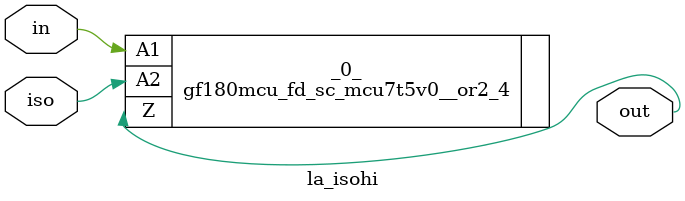
<source format=v>

/* Generated by Yosys 0.41 (git sha1 c1ad37779, g++ 11.4.0-1ubuntu1~22.04 -fPIC -Os) */

module la_isohi(iso, in, out);
  input in;
  wire in;
  input iso;
  wire iso;
  output out;
  wire out;
  gf180mcu_fd_sc_mcu7t5v0__or2_4 _0_ (
    .A1(in),
    .A2(iso),
    .Z(out)
  );
endmodule

</source>
